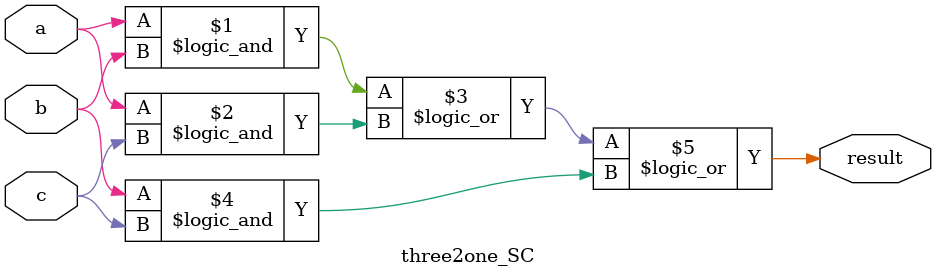
<source format=v>
`timescale 1ns / 1ps

//三人表决器
module three2one_SC(a, b, c, result);
    input a, b, c;          //三个开关输入
    output result;          //输出，接在led0上
    /*
    wire ab, bc, ac;        //线型变量，用于接通与门或门的电路
    
    and U1(ab,a,b);         //与门
    and U2(bc,b,c);         //与门
    and U3(ac,a,c);         //与门
    
    or U4(result,ab,bc,ac); //将三个与门的结果进行或运算，输出结果result
    */
    assign result = (a&&b)||(a&&c)||(b&&c); //RTL描述
        
endmodule

</source>
